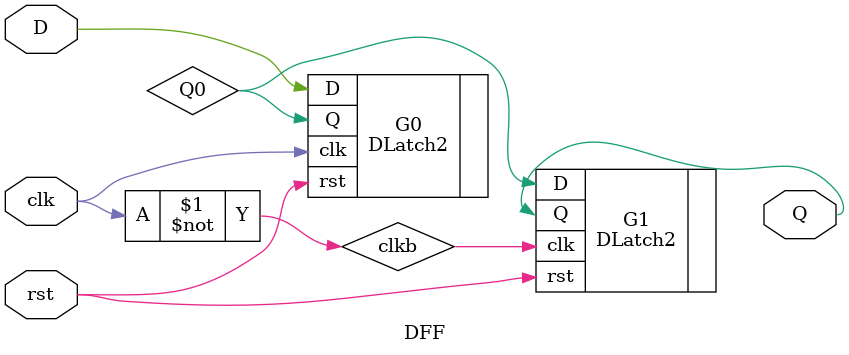
<source format=sv>
module DFF(input clk,D,rst,output Q);
     wire Q0,clkb;
     DLatch2 G0(.clk(clk),.D(D),.rst(rst),.Q(Q0));
     not #(6,4)g0(clkb,clk);
     DLatch2 G1(.clk(clkb),.D(Q0),.rst(rst),.Q(Q));
endmodule

</source>
